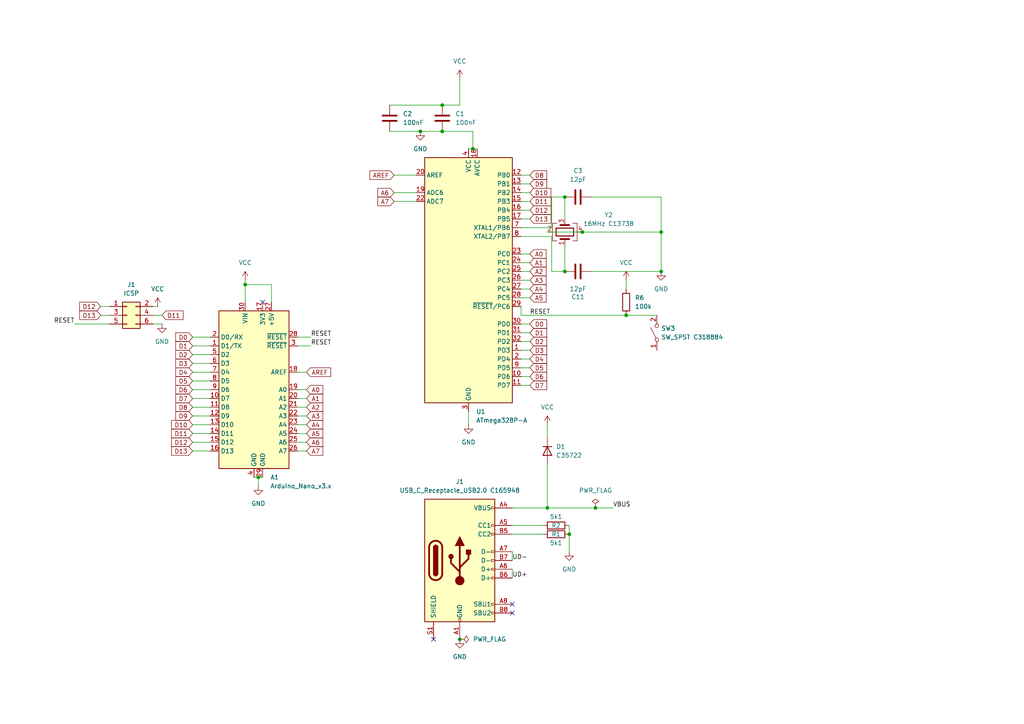
<source format=kicad_sch>
(kicad_sch (version 20231120) (generator "eeschema") (generator_version "8.0")
  (paper "A4")
  (lib_symbols
    (symbol "Connector:USB_C_Receptacle_USB2.0_16P" (pin_names (offset 1.016))
      (property "Reference" "J" (at 0 22.225 0))
      (property "Value" "USB_C_Receptacle_USB2.0_16P" (at 0 19.685 0))
      (symbol "USB_C_Receptacle_USB2.0_16P_0_0"
        (rectangle (start -0.254 -17.78) (end 0.254 -16.764))
        (rectangle (start 10.16 -14.986) (end 9.144 -15.494))
        (rectangle (start 10.16 -12.446) (end 9.144 -12.954))
        (rectangle (start 10.16 -4.826) (end 9.144 -5.334))
        (rectangle (start 10.16 -2.286) (end 9.144 -2.794))
        (rectangle (start 10.16 0.254) (end 9.144 -0.254))
        (rectangle (start 10.16 2.794) (end 9.144 2.286))
        (rectangle (start 10.16 7.874) (end 9.144 7.366))
        (rectangle (start 10.16 10.414) (end 9.144 9.906))
        (rectangle (start 10.16 15.494) (end 9.144 14.986))
      )
      (symbol "USB_C_Receptacle_USB2.0_16P_0_1"
        (rectangle (start -10.16 17.78) (end 10.16 -17.78) (stroke (width 0.254)) (fill (type background)))
        (arc (start -8.89 -3.81) (mid -6.985 -5.7067) (end -5.08 -3.81) (stroke (width 0.508)))
        (arc (start -7.62 -3.81) (mid -6.985 -4.4423) (end -6.35 -3.81) (stroke (width 0.254)))
        (arc (start -7.62 -3.81) (mid -6.985 -4.4423) (end -6.35 -3.81) (stroke (width 0.254)) (fill (type outline)))
        (rectangle (start -7.62 -3.81) (end -6.35 3.81) (stroke (width 0.254)) (fill (type outline)))
        (arc (start -6.35 3.81) (mid -6.985 4.4423) (end -7.62 3.81) (stroke (width 0.254)))
        (arc (start -6.35 3.81) (mid -6.985 4.4423) (end -7.62 3.81) (stroke (width 0.254)) (fill (type outline)))
        (arc (start -5.08 3.81) (mid -6.985 5.7067) (end -8.89 3.81) (stroke (width 0.508)))
        (circle (center -2.54 1.143) (radius 0.635) (stroke (width 0.254)) (fill (type outline)))
        (circle (center 0 -5.842) (radius 1.27) (fill (type outline)))
        (polyline (pts (xy -8.89 -3.81) (xy -8.89 3.81)) (stroke (width 0.508)))
        (polyline (pts (xy -5.08 3.81) (xy -5.08 -3.81)) (stroke (width 0.508)))
        (polyline (pts (xy 0 -5.842) (xy 0 4.318)) (stroke (width 0.508)))
        (polyline (pts (xy 0 -3.302) (xy -2.54 -0.762) (xy -2.54 0.508)) (stroke (width 0.508)))
        (polyline (pts (xy 0 -2.032) (xy 2.54 0.508) (xy 2.54 1.778)) (stroke (width 0.508)))
        (polyline (pts (xy -1.27 4.318) (xy 0 6.858) (xy 1.27 4.318) (xy -1.27 4.318)) (stroke (width 0.254)) (fill (type outline)))
        (rectangle (start 1.905 1.778) (end 3.175 3.048) (stroke (width 0.254)) (fill (type outline)))
      )
      (symbol "USB_C_Receptacle_USB2.0_16P_1_1"
        (pin passive line (at 0 -22.86 90) (length 5.08) (name "GND") (number "A1"))
        (pin passive line (at 0 -22.86 90) (length 5.08) hide (name "GND") (number "A12"))
        (pin passive line (at 15.24 15.24 180) (length 5.08) (name "VBUS") (number "A4"))
        (pin bidirectional line (at 15.24 10.16 180) (length 5.08) (name "CC1") (number "A5"))
        (pin bidirectional line (at 15.24 -2.54 180) (length 5.08) (name "D+") (number "A6"))
        (pin bidirectional line (at 15.24 2.54 180) (length 5.08) (name "D-") (number "A7"))
        (pin bidirectional line (at 15.24 -12.7 180) (length 5.08) (name "SBU1") (number "A8"))
        (pin passive line (at 15.24 15.24 180) (length 5.08) hide (name "VBUS") (number "A9"))
        (pin passive line (at 0 -22.86 90) (length 5.08) hide (name "GND") (number "B1"))
        (pin passive line (at 0 -22.86 90) (length 5.08) hide (name "GND") (number "B12"))
        (pin passive line (at 15.24 15.24 180) (length 5.08) hide (name "VBUS") (number "B4"))
        (pin bidirectional line (at 15.24 7.62 180) (length 5.08) (name "CC2") (number "B5"))
        (pin bidirectional line (at 15.24 -5.08 180) (length 5.08) (name "D+") (number "B6"))
        (pin bidirectional line (at 15.24 0 180) (length 5.08) (name "D-") (number "B7"))
        (pin bidirectional line (at 15.24 -15.24 180) (length 5.08) (name "SBU2") (number "B8"))
        (pin passive line (at 15.24 15.24 180) (length 5.08) hide (name "VBUS") (number "B9"))
        (pin passive line (at -7.62 -22.86 90) (length 5.08) (name "SHIELD") (number "S1"))
      )
    )
    (symbol "Connector_Generic:Conn_02x03_Odd_Even" (pin_names (offset 1.016) hide)
      (property "Reference" "J" (at 1.27 5.08 0))
      (property "Value" "Conn_02x03_Odd_Even" (at 1.27 -5.08 0))
      (symbol "Conn_02x03_Odd_Even_1_1"
        (rectangle (start -1.27 -2.413) (end 0 -2.667) (stroke (width 0.1524)))
        (rectangle (start -1.27 0.127) (end 0 -0.127) (stroke (width 0.1524)))
        (rectangle (start -1.27 2.667) (end 0 2.413) (stroke (width 0.1524)))
        (rectangle (start -1.27 3.81) (end 3.81 -3.81) (stroke (width 0.254)) (fill (type background)))
        (rectangle (start 3.81 -2.413) (end 2.54 -2.667) (stroke (width 0.1524)))
        (rectangle (start 3.81 0.127) (end 2.54 -0.127) (stroke (width 0.1524)))
        (rectangle (start 3.81 2.667) (end 2.54 2.413) (stroke (width 0.1524)))
        (pin passive line (at -5.08 2.54 0) (length 3.81) (name "Pin_1") (number "1"))
        (pin passive line (at 7.62 2.54 180) (length 3.81) (name "Pin_2") (number "2"))
        (pin passive line (at -5.08 0 0) (length 3.81) (name "Pin_3") (number "3"))
        (pin passive line (at 7.62 0 180) (length 3.81) (name "Pin_4") (number "4"))
        (pin passive line (at -5.08 -2.54 0) (length 3.81) (name "Pin_5") (number "5"))
        (pin passive line (at 7.62 -2.54 180) (length 3.81) (name "Pin_6") (number "6"))
      )
    )
    (symbol "Device:C" (pin_numbers hide) (pin_names (offset 0.254))
      (property "Reference" "C" (at 0.635 2.54 0))
      (property "Value" "C" (at 0.635 -2.54 0))
      (symbol "C_0_1"
        (polyline (pts (xy -2.032 -0.762) (xy 2.032 -0.762)) (stroke (width 0.508)))
        (polyline (pts (xy -2.032 0.762) (xy 2.032 0.762)) (stroke (width 0.508)))
      )
      (symbol "C_1_1"
        (pin passive line (at 0 3.81 270) (length 2.794) (name "~") (number "1"))
        (pin passive line (at 0 -3.81 90) (length 2.794) (name "~") (number "2"))
      )
    )
    (symbol "Device:Crystal_GND24" (pin_names (offset 1.016) hide)
      (property "Reference" "Y" (at 3.175 5.08 0))
      (property "Value" "Crystal_GND24" (at 3.175 3.175 0))
      (symbol "Crystal_GND24_0_1"
        (rectangle (start -1.143 2.54) (end 1.143 -2.54) (stroke (width 0.3048)))
        (polyline (pts (xy -2.54 0) (xy -2.032 0)))
        (polyline (pts (xy -2.032 -1.27) (xy -2.032 1.27)) (stroke (width 0.508)))
        (polyline (pts (xy 0 -3.81) (xy 0 -3.556)))
        (polyline (pts (xy 0 3.556) (xy 0 3.81)))
        (polyline (pts (xy 2.032 -1.27) (xy 2.032 1.27)) (stroke (width 0.508)))
        (polyline (pts (xy 2.032 0) (xy 2.54 0)))
        (polyline (pts (xy -2.54 -2.286) (xy -2.54 -3.556) (xy 2.54 -3.556) (xy 2.54 -2.286)))
        (polyline (pts (xy -2.54 2.286) (xy -2.54 3.556) (xy 2.54 3.556) (xy 2.54 2.286)))
      )
      (symbol "Crystal_GND24_1_1"
        (pin passive line (at -3.81 0 0) (length 1.27) (name "1") (number "1"))
        (pin passive line (at 0 5.08 270) (length 1.27) (name "2") (number "2"))
        (pin passive line (at 3.81 0 180) (length 1.27) (name "3") (number "3"))
        (pin passive line (at 0 -5.08 90) (length 1.27) (name "4") (number "4"))
      )
    )
    (symbol "Device:D" (pin_numbers hide) (pin_names (offset 1.016) hide)
      (property "Reference" "D" (at 0 2.54 0))
      (property "Value" "D" (at 0 -2.54 0))
      (symbol "D_0_1"
        (polyline (pts (xy -1.27 1.27) (xy -1.27 -1.27)) (stroke (width 0.254)))
        (polyline (pts (xy 1.27 0) (xy -1.27 0)))
        (polyline (pts (xy 1.27 1.27) (xy 1.27 -1.27) (xy -1.27 0) (xy 1.27 1.27)) (stroke (width 0.254)))
      )
      (symbol "D_1_1"
        (pin passive line (at -3.81 0 0) (length 2.54) (name "K") (number "1"))
        (pin passive line (at 3.81 0 180) (length 2.54) (name "A") (number "2"))
      )
    )
    (symbol "Device:R" (pin_numbers hide) (pin_names (offset 0))
      (property "Reference" "R" (at 2.032 0 90))
      (property "Value" "R" (at 0 0 90))
      (symbol "R_0_1"
        (rectangle (start -1.016 -2.54) (end 1.016 2.54) (stroke (width 0.254)))
      )
      (symbol "R_1_1"
        (pin passive line (at 0 3.81 270) (length 1.27) (name "~") (number "1"))
        (pin passive line (at 0 -3.81 90) (length 1.27) (name "~") (number "2"))
      )
    )
    (symbol "MCU_Microchip_ATmega:ATmega328P-A"
      (property "Reference" "U" (at -12.7 36.83 0))
      (property "Value" "ATmega328P-A" (at 2.54 -36.83 0))
      (symbol "ATmega328P-A_0_1"
        (rectangle (start -12.7 -35.56) (end 12.7 35.56) (stroke (width 0.254)) (fill (type background)))
      )
      (symbol "ATmega328P-A_1_1"
        (pin bidirectional line (at 15.24 -20.32 180) (length 2.54) (name "PD3") (number "1"))
        (pin bidirectional line (at 15.24 -27.94 180) (length 2.54) (name "PD6") (number "10"))
        (pin bidirectional line (at 15.24 -30.48 180) (length 2.54) (name "PD7") (number "11"))
        (pin bidirectional line (at 15.24 30.48 180) (length 2.54) (name "PB0") (number "12"))
        (pin bidirectional line (at 15.24 27.94 180) (length 2.54) (name "PB1") (number "13"))
        (pin bidirectional line (at 15.24 25.4 180) (length 2.54) (name "PB2") (number "14"))
        (pin bidirectional line (at 15.24 22.86 180) (length 2.54) (name "PB3") (number "15"))
        (pin bidirectional line (at 15.24 20.32 180) (length 2.54) (name "PB4") (number "16"))
        (pin bidirectional line (at 15.24 17.78 180) (length 2.54) (name "PB5") (number "17"))
        (pin power_in line (at 2.54 38.1 270) (length 2.54) (name "AVCC") (number "18"))
        (pin input line (at -15.24 25.4 0) (length 2.54) (name "ADC6") (number "19"))
        (pin bidirectional line (at 15.24 -22.86 180) (length 2.54) (name "PD4") (number "2"))
        (pin passive line (at -15.24 30.48 0) (length 2.54) (name "AREF") (number "20"))
        (pin passive line (at 0 -38.1 90) (length 2.54) hide (name "GND") (number "21"))
        (pin input line (at -15.24 22.86 0) (length 2.54) (name "ADC7") (number "22"))
        (pin bidirectional line (at 15.24 7.62 180) (length 2.54) (name "PC0") (number "23"))
        (pin bidirectional line (at 15.24 5.08 180) (length 2.54) (name "PC1") (number "24"))
        (pin bidirectional line (at 15.24 2.54 180) (length 2.54) (name "PC2") (number "25"))
        (pin bidirectional line (at 15.24 0 180) (length 2.54) (name "PC3") (number "26"))
        (pin bidirectional line (at 15.24 -2.54 180) (length 2.54) (name "PC4") (number "27"))
        (pin bidirectional line (at 15.24 -5.08 180) (length 2.54) (name "PC5") (number "28"))
        (pin bidirectional line (at 15.24 -7.62 180) (length 2.54) (name "~{RESET}/PC6") (number "29"))
        (pin power_in line (at 0 -38.1 90) (length 2.54) (name "GND") (number "3"))
        (pin bidirectional line (at 15.24 -12.7 180) (length 2.54) (name "PD0") (number "30"))
        (pin bidirectional line (at 15.24 -15.24 180) (length 2.54) (name "PD1") (number "31"))
        (pin bidirectional line (at 15.24 -17.78 180) (length 2.54) (name "PD2") (number "32"))
        (pin power_in line (at 0 38.1 270) (length 2.54) (name "VCC") (number "4"))
        (pin passive line (at 0 -38.1 90) (length 2.54) hide (name "GND") (number "5"))
        (pin passive line (at 0 38.1 270) (length 2.54) hide (name "VCC") (number "6"))
        (pin bidirectional line (at 15.24 15.24 180) (length 2.54) (name "XTAL1/PB6") (number "7"))
        (pin bidirectional line (at 15.24 12.7 180) (length 2.54) (name "XTAL2/PB7") (number "8"))
        (pin bidirectional line (at 15.24 -25.4 180) (length 2.54) (name "PD5") (number "9"))
      )
    )
    (symbol "MCU_Module:Arduino_Nano_v3.x"
      (property "Reference" "A" (at -10.16 23.495 0))
      (property "Value" "Arduino_Nano_v3.x" (at 5.08 -24.13 0))
      (symbol "Arduino_Nano_v3.x_0_1"
        (rectangle (start -10.16 22.86) (end 10.16 -22.86) (stroke (width 0.254)) (fill (type background)))
      )
      (symbol "Arduino_Nano_v3.x_1_1"
        (pin bidirectional line (at -12.7 12.7 0) (length 2.54) (name "D1/TX") (number "1"))
        (pin bidirectional line (at -12.7 -2.54 0) (length 2.54) (name "D7") (number "10"))
        (pin bidirectional line (at -12.7 -5.08 0) (length 2.54) (name "D8") (number "11"))
        (pin bidirectional line (at -12.7 -7.62 0) (length 2.54) (name "D9") (number "12"))
        (pin bidirectional line (at -12.7 -10.16 0) (length 2.54) (name "D10") (number "13"))
        (pin bidirectional line (at -12.7 -12.7 0) (length 2.54) (name "D11") (number "14"))
        (pin bidirectional line (at -12.7 -15.24 0) (length 2.54) (name "D12") (number "15"))
        (pin bidirectional line (at -12.7 -17.78 0) (length 2.54) (name "D13") (number "16"))
        (pin power_out line (at 2.54 25.4 270) (length 2.54) (name "3V3") (number "17"))
        (pin input line (at 12.7 5.08 180) (length 2.54) (name "AREF") (number "18"))
        (pin bidirectional line (at 12.7 0 180) (length 2.54) (name "A0") (number "19"))
        (pin bidirectional line (at -12.7 15.24 0) (length 2.54) (name "D0/RX") (number "2"))
        (pin bidirectional line (at 12.7 -2.54 180) (length 2.54) (name "A1") (number "20"))
        (pin bidirectional line (at 12.7 -5.08 180) (length 2.54) (name "A2") (number "21"))
        (pin bidirectional line (at 12.7 -7.62 180) (length 2.54) (name "A3") (number "22"))
        (pin bidirectional line (at 12.7 -10.16 180) (length 2.54) (name "A4") (number "23"))
        (pin bidirectional line (at 12.7 -12.7 180) (length 2.54) (name "A5") (number "24"))
        (pin bidirectional line (at 12.7 -15.24 180) (length 2.54) (name "A6") (number "25"))
        (pin bidirectional line (at 12.7 -17.78 180) (length 2.54) (name "A7") (number "26"))
        (pin power_out line (at 5.08 25.4 270) (length 2.54) (name "+5V") (number "27"))
        (pin input line (at 12.7 15.24 180) (length 2.54) (name "~{RESET}") (number "28"))
        (pin power_in line (at 2.54 -25.4 90) (length 2.54) (name "GND") (number "29"))
        (pin input line (at 12.7 12.7 180) (length 2.54) (name "~{RESET}") (number "3"))
        (pin power_in line (at -2.54 25.4 270) (length 2.54) (name "VIN") (number "30"))
        (pin power_in line (at 0 -25.4 90) (length 2.54) (name "GND") (number "4"))
        (pin bidirectional line (at -12.7 10.16 0) (length 2.54) (name "D2") (number "5"))
        (pin bidirectional line (at -12.7 7.62 0) (length 2.54) (name "D3") (number "6"))
        (pin bidirectional line (at -12.7 5.08 0) (length 2.54) (name "D4") (number "7"))
        (pin bidirectional line (at -12.7 2.54 0) (length 2.54) (name "D5") (number "8"))
        (pin bidirectional line (at -12.7 0 0) (length 2.54) (name "D6") (number "9"))
      )
    )
    (symbol "Switch:SW_SPST" (pin_names (offset 0) hide)
      (property "Reference" "SW" (at 0 3.175 0))
      (property "Value" "SW_SPST" (at 0 -2.54 0))
      (symbol "SW_SPST_0_0"
        (circle (center -2.032 0) (radius 0.508))
        (polyline (pts (xy -1.524 0.254) (xy 1.524 1.778)))
        (circle (center 2.032 0) (radius 0.508))
      )
      (symbol "SW_SPST_1_1"
        (pin passive line (at -5.08 0 0) (length 2.54) (name "A") (number "1"))
        (pin passive line (at 5.08 0 180) (length 2.54) (name "B") (number "2"))
      )
    )
    (symbol "power:GND" (power) (pin_numbers hide) (pin_names (offset 0) hide)
      (property "Value" "GND" (at 0 -3.81 0))
      (symbol "GND_0_1"
        (polyline (pts (xy 0 0) (xy 0 -1.27) (xy 1.27 -1.27) (xy 0 -2.54) (xy -1.27 -1.27) (xy 0 -1.27)))
      )
      (symbol "GND_1_1"
        (pin power_in line (at 0 0 270) (length 0) (name "~") (number "1"))
      )
    )
    (symbol "power:PWR_FLAG" (power) (pin_numbers hide) (pin_names (offset 0) hide)
      (property "Value" "PWR_FLAG" (at 0 3.81 0))
      (symbol "PWR_FLAG_0_0"
        (pin power_out line (at 0 0 90) (length 0) (name "~") (number "1"))
      )
      (symbol "PWR_FLAG_0_1"
        (polyline (pts (xy 0 0) (xy 0 1.27) (xy -1.016 1.905) (xy 0 2.54) (xy 1.016 1.905) (xy 0 1.27)))
      )
    )
    (symbol "power:VCC" (power) (pin_numbers hide) (pin_names (offset 0) hide)
      (property "Value" "VCC" (at 0 3.556 0))
      (symbol "VCC_0_1"
        (polyline (pts (xy -0.762 1.27) (xy 0 2.54)))
        (polyline (pts (xy 0 0) (xy 0 2.54)))
        (polyline (pts (xy 0 2.54) (xy 0.762 1.27)))
      )
      (symbol "VCC_1_1"
        (pin power_in line (at 0 0 90) (length 0) (name "~") (number "1"))
      )
    )
  )
  (junction (at 191.77 67.31))
  (junction (at 128.27 38.1))
  (junction (at 168.91 67.31))
  (junction (at 163.83 78.74))
  (junction (at 128.27 30.48))
  (junction (at 158.75 147.32))
  (junction (at 181.61 91.44))
  (junction (at 165.1 154.94))
  (junction (at 163.83 57.15))
  (junction (at 71.12 82.55))
  (junction (at 133.35 185.42))
  (junction (at 137.16 43.18))
  (junction (at 172.72 147.32))
  (junction (at 74.93 138.43))
  (junction (at 121.92 38.1))
  (junction (at 191.77 78.74))
  (no_connect (at 76.2 87.63))
  (no_connect (at 148.59 177.8))
  (no_connect (at 148.59 175.26))
  (no_connect (at 125.73 185.42))
  (wire (pts (xy 86.36 107.95) (xy 88.9 107.95)))
  (wire (pts (xy 55.88 97.79) (xy 60.96 97.79)))
  (wire (pts (xy 78.74 82.55) (xy 71.12 82.55)))
  (wire (pts (xy 191.77 67.31) (xy 191.77 78.74)))
  (wire (pts (xy 160.02 68.58) (xy 160.02 78.74)))
  (wire (pts (xy 151.13 83.82) (xy 153.67 83.82)))
  (wire (pts (xy 151.13 96.52) (xy 153.67 96.52)))
  (wire (pts (xy 114.3 50.8) (xy 120.65 50.8)))
  (wire (pts (xy 151.13 55.88) (xy 153.67 55.88)))
  (wire (pts (xy 172.72 147.32) (xy 177.8 147.32)))
  (wire (pts (xy 148.59 160.02) (xy 148.59 162.56)))
  (wire (pts (xy 190.5 91.44) (xy 181.61 91.44)))
  (wire (pts (xy 44.45 88.9) (xy 45.72 88.9)))
  (wire (pts (xy 55.88 100.33) (xy 60.96 100.33)))
  (wire (pts (xy 128.27 30.48) (xy 133.35 30.48)))
  (wire (pts (xy 151.13 60.96) (xy 153.67 60.96)))
  (wire (pts (xy 191.77 57.15) (xy 191.77 67.31)))
  (wire (pts (xy 151.13 63.5) (xy 153.67 63.5)))
  (wire (pts (xy 151.13 99.06) (xy 153.67 99.06)))
  (wire (pts (xy 151.13 106.68) (xy 153.67 106.68)))
  (wire (pts (xy 148.59 165.1) (xy 148.59 167.64)))
  (wire (pts (xy 86.36 115.57) (xy 88.9 115.57)))
  (wire (pts (xy 151.13 68.58) (xy 160.02 68.58)))
  (wire (pts (xy 181.61 81.28) (xy 181.61 83.82)))
  (wire (pts (xy 158.75 123.19) (xy 158.75 127)))
  (wire (pts (xy 55.88 123.19) (xy 60.96 123.19)))
  (wire (pts (xy 168.91 67.31) (xy 191.77 67.31)))
  (wire (pts (xy 113.03 30.48) (xy 128.27 30.48)))
  (wire (pts (xy 171.45 57.15) (xy 191.77 57.15)))
  (wire (pts (xy 158.75 67.31) (xy 168.91 67.31)))
  (wire (pts (xy 86.36 97.79) (xy 90.17 97.79)))
  (wire (pts (xy 78.74 87.63) (xy 78.74 82.55)))
  (wire (pts (xy 135.89 119.38) (xy 135.89 123.19)))
  (wire (pts (xy 55.88 130.81) (xy 60.96 130.81)))
  (wire (pts (xy 165.1 154.94) (xy 165.1 160.02)))
  (wire (pts (xy 71.12 81.28) (xy 71.12 82.55)))
  (wire (pts (xy 29.21 91.44) (xy 31.75 91.44)))
  (wire (pts (xy 151.13 53.34) (xy 153.67 53.34)))
  (wire (pts (xy 151.13 58.42) (xy 153.67 58.42)))
  (wire (pts (xy 151.13 111.76) (xy 153.67 111.76)))
  (wire (pts (xy 163.83 57.15) (xy 163.83 63.5)))
  (wire (pts (xy 160.02 78.74) (xy 163.83 78.74)))
  (wire (pts (xy 55.88 128.27) (xy 60.96 128.27)))
  (wire (pts (xy 114.3 55.88) (xy 120.65 55.88)))
  (wire (pts (xy 44.45 91.44) (xy 46.99 91.44)))
  (wire (pts (xy 86.36 113.03) (xy 88.9 113.03)))
  (wire (pts (xy 55.88 115.57) (xy 60.96 115.57)))
  (wire (pts (xy 181.61 91.44) (xy 151.13 91.44)))
  (wire (pts (xy 148.59 154.94) (xy 157.48 154.94)))
  (wire (pts (xy 171.45 78.74) (xy 191.77 78.74)))
  (wire (pts (xy 44.45 93.98) (xy 46.99 93.98)))
  (wire (pts (xy 165.1 152.4) (xy 165.1 154.94)))
  (wire (pts (xy 137.16 38.1) (xy 137.16 43.18)))
  (wire (pts (xy 137.16 43.18) (xy 138.43 43.18)))
  (wire (pts (xy 151.13 104.14) (xy 153.67 104.14)))
  (wire (pts (xy 151.13 50.8) (xy 153.67 50.8)))
  (wire (pts (xy 151.13 91.44) (xy 151.13 88.9)))
  (wire (pts (xy 55.88 113.03) (xy 60.96 113.03)))
  (wire (pts (xy 158.75 147.32) (xy 172.72 147.32)))
  (wire (pts (xy 151.13 93.98) (xy 153.67 93.98)))
  (wire (pts (xy 163.83 71.12) (xy 163.83 78.74)))
  (wire (pts (xy 151.13 86.36) (xy 153.67 86.36)))
  (wire (pts (xy 71.12 82.55) (xy 71.12 87.63)))
  (wire (pts (xy 151.13 76.2) (xy 153.67 76.2)))
  (wire (pts (xy 86.36 120.65) (xy 88.9 120.65)))
  (wire (pts (xy 55.88 107.95) (xy 60.96 107.95)))
  (wire (pts (xy 128.27 38.1) (xy 137.16 38.1)))
  (wire (pts (xy 74.93 138.43) (xy 74.93 140.97)))
  (wire (pts (xy 114.3 58.42) (xy 120.65 58.42)))
  (wire (pts (xy 148.59 147.32) (xy 158.75 147.32)))
  (wire (pts (xy 73.66 138.43) (xy 74.93 138.43)))
  (wire (pts (xy 55.88 110.49) (xy 60.96 110.49)))
  (wire (pts (xy 151.13 101.6) (xy 153.67 101.6)))
  (wire (pts (xy 86.36 128.27) (xy 88.9 128.27)))
  (wire (pts (xy 86.36 118.11) (xy 88.9 118.11)))
  (wire (pts (xy 113.03 38.1) (xy 121.92 38.1)))
  (wire (pts (xy 55.88 105.41) (xy 60.96 105.41)))
  (wire (pts (xy 121.92 38.1) (xy 128.27 38.1)))
  (wire (pts (xy 151.13 109.22) (xy 153.67 109.22)))
  (wire (pts (xy 151.13 81.28) (xy 153.67 81.28)))
  (wire (pts (xy 151.13 78.74) (xy 153.67 78.74)))
  (wire (pts (xy 55.88 120.65) (xy 60.96 120.65)))
  (wire (pts (xy 55.88 125.73) (xy 60.96 125.73)))
  (wire (pts (xy 160.02 57.15) (xy 163.83 57.15)))
  (wire (pts (xy 151.13 73.66) (xy 153.67 73.66)))
  (wire (pts (xy 86.36 100.33) (xy 90.17 100.33)))
  (wire (pts (xy 158.75 134.62) (xy 158.75 147.32)))
  (wire (pts (xy 148.59 152.4) (xy 157.48 152.4)))
  (wire (pts (xy 55.88 102.87) (xy 60.96 102.87)))
  (wire (pts (xy 29.21 88.9) (xy 31.75 88.9)))
  (wire (pts (xy 74.93 138.43) (xy 76.2 138.43)))
  (wire (pts (xy 160.02 66.04) (xy 160.02 57.15)))
  (wire (pts (xy 86.36 123.19) (xy 88.9 123.19)))
  (wire (pts (xy 151.13 66.04) (xy 160.02 66.04)))
  (wire (pts (xy 21.59 93.98) (xy 31.75 93.98)))
  (wire (pts (xy 135.89 43.18) (xy 137.16 43.18)))
  (wire (pts (xy 55.88 118.11) (xy 60.96 118.11)))
  (wire (pts (xy 86.36 130.81) (xy 88.9 130.81)))
  (wire (pts (xy 86.36 125.73) (xy 88.9 125.73)))
  (wire (pts (xy 133.35 30.48) (xy 133.35 22.86)))
  (label "UD-" (at 148.59 162.56 0))
  (label "RESET" (at 90.17 97.79 0))
  (label "RESET" (at 21.59 93.98 180))
  (label "RESET" (at 90.17 100.33 0))
  (label "UD+" (at 148.59 167.64 0))
  (label "VBUS" (at 177.8 147.32 0))
  (label "RESET" (at 153.67 91.44 0))
  (global_label "D0" (shape input) (at 153.67 93.98 0) (property "Intersheetrefs" "${INTERSHEET_REFS}" (effects (hide yes))))
  (global_label "D13" (shape input) (at 55.88 130.81 180) (property "Intersheetrefs" "${INTERSHEET_REFS}" (effects (hide yes))))
  (global_label "A6" (shape input) (at 114.3 55.88 180) (property "Intersheetrefs" "${INTERSHEET_REFS}" (effects (hide yes))))
  (global_label "D12" (shape input) (at 29.21 88.9 180) (property "Intersheetrefs" "${INTERSHEET_REFS}" (effects (hide yes))))
  (global_label "D7" (shape input) (at 153.67 111.76 0) (property "Intersheetrefs" "${INTERSHEET_REFS}" (effects (hide yes))))
  (global_label "D4" (shape input) (at 55.88 107.95 180) (property "Intersheetrefs" "${INTERSHEET_REFS}" (effects (hide yes))))
  (global_label "D2" (shape input) (at 153.67 99.06 0) (property "Intersheetrefs" "${INTERSHEET_REFS}" (effects (hide yes))))
  (global_label "D13" (shape input) (at 153.67 63.5 0) (property "Intersheetrefs" "${INTERSHEET_REFS}" (effects (hide yes))))
  (global_label "D10" (shape input) (at 55.88 123.19 180) (property "Intersheetrefs" "${INTERSHEET_REFS}" (effects (hide yes))))
  (global_label "D0" (shape input) (at 55.88 97.79 180) (property "Intersheetrefs" "${INTERSHEET_REFS}" (effects (hide yes))))
  (global_label "D2" (shape input) (at 55.88 102.87 180) (property "Intersheetrefs" "${INTERSHEET_REFS}" (effects (hide yes))))
  (global_label "A6" (shape input) (at 88.9 128.27 0) (property "Intersheetrefs" "${INTERSHEET_REFS}" (effects (hide yes))))
  (global_label "A1" (shape input) (at 88.9 115.57 0) (property "Intersheetrefs" "${INTERSHEET_REFS}" (effects (hide yes))))
  (global_label "AREF" (shape input) (at 114.3 50.8 180) (property "Intersheetrefs" "${INTERSHEET_REFS}" (effects (hide yes))))
  (global_label "A2" (shape input) (at 88.9 118.11 0) (property "Intersheetrefs" "${INTERSHEET_REFS}" (effects (hide yes))))
  (global_label "A5" (shape input) (at 88.9 125.73 0) (property "Intersheetrefs" "${INTERSHEET_REFS}" (effects (hide yes))))
  (global_label "A7" (shape input) (at 88.9 130.81 0) (property "Intersheetrefs" "${INTERSHEET_REFS}" (effects (hide yes))))
  (global_label "D7" (shape input) (at 55.88 115.57 180) (property "Intersheetrefs" "${INTERSHEET_REFS}" (effects (hide yes))))
  (global_label "D4" (shape input) (at 153.67 104.14 0) (property "Intersheetrefs" "${INTERSHEET_REFS}" (effects (hide yes))))
  (global_label "D8" (shape input) (at 153.67 50.8 0) (property "Intersheetrefs" "${INTERSHEET_REFS}" (effects (hide yes))))
  (global_label "A3" (shape input) (at 153.67 81.28 0) (property "Intersheetrefs" "${INTERSHEET_REFS}" (effects (hide yes))))
  (global_label "D6" (shape input) (at 153.67 109.22 0) (property "Intersheetrefs" "${INTERSHEET_REFS}" (effects (hide yes))))
  (global_label "D12" (shape input) (at 153.67 60.96 0) (property "Intersheetrefs" "${INTERSHEET_REFS}" (effects (hide yes))))
  (global_label "D9" (shape input) (at 153.67 53.34 0) (property "Intersheetrefs" "${INTERSHEET_REFS}" (effects (hide yes))))
  (global_label "A4" (shape input) (at 153.67 83.82 0) (property "Intersheetrefs" "${INTERSHEET_REFS}" (effects (hide yes))))
  (global_label "D11" (shape input) (at 46.99 91.44 0) (property "Intersheetrefs" "${INTERSHEET_REFS}" (effects (hide yes))))
  (global_label "D9" (shape input) (at 55.88 120.65 180) (property "Intersheetrefs" "${INTERSHEET_REFS}" (effects (hide yes))))
  (global_label "D5" (shape input) (at 55.88 110.49 180) (property "Intersheetrefs" "${INTERSHEET_REFS}" (effects (hide yes))))
  (global_label "A0" (shape input) (at 88.9 113.03 0) (property "Intersheetrefs" "${INTERSHEET_REFS}" (effects (hide yes))))
  (global_label "AREF" (shape input) (at 88.9 107.95 0) (property "Intersheetrefs" "${INTERSHEET_REFS}" (effects (hide yes))))
  (global_label "D11" (shape input) (at 55.88 125.73 180) (property "Intersheetrefs" "${INTERSHEET_REFS}" (effects (hide yes))))
  (global_label "A4" (shape input) (at 88.9 123.19 0) (property "Intersheetrefs" "${INTERSHEET_REFS}" (effects (hide yes))))
  (global_label "A3" (shape input) (at 88.9 120.65 0) (property "Intersheetrefs" "${INTERSHEET_REFS}" (effects (hide yes))))
  (global_label "D3" (shape input) (at 55.88 105.41 180) (property "Intersheetrefs" "${INTERSHEET_REFS}" (effects (hide yes))))
  (global_label "D12" (shape input) (at 55.88 128.27 180) (property "Intersheetrefs" "${INTERSHEET_REFS}" (effects (hide yes))))
  (global_label "D13" (shape input) (at 29.21 91.44 180) (property "Intersheetrefs" "${INTERSHEET_REFS}" (effects (hide yes))))
  (global_label "D5" (shape input) (at 153.67 106.68 0) (property "Intersheetrefs" "${INTERSHEET_REFS}" (effects (hide yes))))
  (global_label "A2" (shape input) (at 153.67 78.74 0) (property "Intersheetrefs" "${INTERSHEET_REFS}" (effects (hide yes))))
  (global_label "A7" (shape input) (at 114.3 58.42 180) (property "Intersheetrefs" "${INTERSHEET_REFS}" (effects (hide yes))))
  (global_label "D11" (shape input) (at 153.67 58.42 0) (property "Intersheetrefs" "${INTERSHEET_REFS}" (effects (hide yes))))
  (global_label "A1" (shape input) (at 153.67 76.2 0) (property "Intersheetrefs" "${INTERSHEET_REFS}" (effects (hide yes))))
  (global_label "D10" (shape input) (at 153.67 55.88 0) (property "Intersheetrefs" "${INTERSHEET_REFS}" (effects (hide yes))))
  (global_label "D1" (shape input) (at 153.67 96.52 0) (property "Intersheetrefs" "${INTERSHEET_REFS}" (effects (hide yes))))
  (global_label "D3" (shape input) (at 153.67 101.6 0) (property "Intersheetrefs" "${INTERSHEET_REFS}" (effects (hide yes))))
  (global_label "D1" (shape input) (at 55.88 100.33 180) (property "Intersheetrefs" "${INTERSHEET_REFS}" (effects (hide yes))))
  (global_label "A0" (shape input) (at 153.67 73.66 0) (property "Intersheetrefs" "${INTERSHEET_REFS}" (effects (hide yes))))
  (global_label "A5" (shape input) (at 153.67 86.36 0) (property "Intersheetrefs" "${INTERSHEET_REFS}" (effects (hide yes))))
  (global_label "D8" (shape input) (at 55.88 118.11 180) (property "Intersheetrefs" "${INTERSHEET_REFS}" (effects (hide yes))))
  (global_label "D6" (shape input) (at 55.88 113.03 180) (property "Intersheetrefs" "${INTERSHEET_REFS}" (effects (hide yes))))
  (symbol (lib_id "power:PWR_FLAG") (at 172.72 147.32 0) (unit 1)
    (property "Reference" "#FLG02" (effects (hide yes)))
    (property "Value" "PWR_FLAG" (at 172.72 142.24 0))
    (property "Description" "Special symbol for telling ERC where power comes from" (effects (hide yes)))
  )
  (symbol (lib_id "power:VCC") (at 133.35 22.86 0) (unit 1)
    (property "Reference" "#PWR03" (effects (hide yes)))
    (property "Value" "VCC" (at 133.35 17.78 0))
    (property "Description" "Power symbol creates a global label with name \"VCC\"" (effects (hide yes)))
  )
  (symbol (lib_id "MCU_Microchip_ATmega:ATmega328P-A") (at 135.89 81.28 0) (unit 1)
    (property "Reference" "U1" (at 138.0841 119.38 0) (effects (justify left)))
    (property "Value" "ATmega328P-A" (at 138.0841 121.92 0) (effects (justify left)))
    (property "Footprint" "Package_QFP:TQFP-32_7x7mm_P0.8mm" (effects (hide yes)))
    (property "Datasheet" "http://ww1.microchip.com/downloads/en/DeviceDoc/ATmega328_P%20AVR%20MCU%20with%20picoPower%20Technology%20Data%20Sheet%2040001984A.pdf" (effects (hide yes)))
    (property "Description" "20MHz, 32kB Flash, 2kB SRAM, 1kB EEPROM, TQFP-32" (effects (hide yes)))
  )
  (symbol (lib_id "Device:R") (at 181.61 87.63 0) (unit 1)
    (property "Reference" "R6" (at 184.15 86.3599 0) (effects (justify left)))
    (property "Value" "100k" (at 184.15 88.8999 0) (effects (justify left)))
    (property "Description" "Resistor" (effects (hide yes)))
  )
  (symbol (lib_id "power:GND") (at 121.92 38.1 0) (unit 1)
    (property "Reference" "#PWR02" (effects (hide yes)))
    (property "Value" "GND" (at 121.92 43.18 0))
    (property "Description" "Power symbol creates a global label with name \"GND\" , ground" (effects (hide yes)))
  )
  (symbol (lib_id "power:VCC") (at 158.75 123.19 0) (unit 1)
    (property "Reference" "#PWR012" (effects (hide yes)))
    (property "Value" "VCC" (at 158.75 118.11 0))
    (property "Description" "Power symbol creates a global label with name \"VCC\"" (effects (hide yes)))
  )
  (symbol (lib_id "Device:D") (at 158.75 130.81 270) (unit 1)
    (property "Reference" "D1" (at 161.29 129.5399 90) (effects (justify left)))
    (property "Value" "C35722" (at 161.29 132.0799 90) (effects (justify left)))
    (property "Description" "Diode" (effects (hide yes)))
    (property "Sim.Device" "D" (effects (hide yes)))
    (property "Sim.Pins" "1=K 2=A" (effects (hide yes)))
  )
  (symbol (lib_id "power:VCC") (at 181.61 81.28 0) (unit 1)
    (property "Reference" "#PWR05" (effects (hide yes)))
    (property "Value" "VCC" (at 181.61 76.2 0))
    (property "Description" "Power symbol creates a global label with name \"VCC\"" (effects (hide yes)))
  )
  (symbol (lib_id "Device:C") (at 167.64 78.74 90) (unit 1)
    (property "Reference" "C11" (at 167.64 86.106 90))
    (property "Value" "12pF" (at 167.64 83.82 90))
    (property "Description" "Unpolarized capacitor" (effects (hide yes)))
  )
  (symbol (lib_id "Device:R") (at 161.29 154.94 90) (unit 1)
    (property "Reference" "R1" (at 161.29 154.94 90))
    (property "Value" "5k1" (at 161.29 157.48 90))
    (property "Description" "Resistor" (effects (hide yes)))
  )
  (symbol (lib_id "power:VCC") (at 45.72 88.9 0) (unit 1)
    (property "Reference" "#PWR09" (effects (hide yes)))
    (property "Value" "VCC" (at 45.72 83.82 0))
    (property "Description" "Power symbol creates a global label with name \"VCC\"" (effects (hide yes)))
  )
  (symbol (lib_id "MCU_Module:Arduino_Nano_v3.x") (at 73.66 113.03 0) (unit 1)
    (property "Reference" "A1" (at 78.3941 138.43 0) (effects (justify left)))
    (property "Value" "Arduino_Nano_v3.x" (at 78.3941 140.97 0) (effects (justify left)))
    (property "Footprint" "Module:Arduino_Nano" (effects (hide yes)))
    (property "Datasheet" "http://www.mouser.com/pdfdocs/Gravitech_Arduino_Nano3_0.pdf" (effects (hide yes)))
    (property "Description" "Arduino Nano v3.x" (effects (hide yes)))
  )
  (symbol (lib_id "power:PWR_FLAG") (at 133.35 185.42 270) (unit 1)
    (property "Reference" "#FLG01" (effects (hide yes)))
    (property "Value" "PWR_FLAG" (at 137.16 185.4199 90) (effects (justify left)))
    (property "Description" "Special symbol for telling ERC where power comes from" (effects (hide yes)))
  )
  (symbol (lib_id "Switch:SW_SPST") (at 190.5 96.52 90) (unit 1)
    (property "Reference" "SW3" (at 191.77 95.2499 90) (effects (justify right)))
    (property "Value" "SW_SPST C318884" (at 191.77 97.7899 90) (effects (justify right)))
    (property "Description" "Single Pole Single Throw (SPST) switch" (effects (hide yes)))
  )
  (symbol (lib_id "power:VCC") (at 71.12 81.28 0) (unit 1)
    (property "Reference" "#PWR06" (effects (hide yes)))
    (property "Value" "VCC" (at 71.12 76.2 0))
    (property "Description" "Power symbol creates a global label with name \"VCC\"" (effects (hide yes)))
  )
  (symbol (lib_id "Device:C") (at 167.64 57.15 90) (unit 1)
    (property "Reference" "C3" (at 167.64 49.53 90))
    (property "Value" "12pF" (at 167.64 52.07 90))
    (property "Description" "Unpolarized capacitor" (effects (hide yes)))
  )
  (symbol (lib_id "power:GND") (at 191.77 78.74 0) (unit 1)
    (property "Reference" "#PWR04" (effects (hide yes)))
    (property "Value" "GND" (at 191.77 83.82 0))
    (property "Description" "Power symbol creates a global label with name \"GND\" , ground" (effects (hide yes)))
  )
  (symbol (lib_id "power:GND") (at 135.89 123.19 0) (unit 1)
    (property "Reference" "#PWR01" (effects (hide yes)))
    (property "Value" "GND" (at 135.89 128.27 0))
    (property "Description" "Power symbol creates a global label with name \"GND\" , ground" (effects (hide yes)))
  )
  (symbol (lib_id "power:GND") (at 165.1 160.02 0) (unit 1)
    (property "Reference" "#PWR011" (effects (hide yes)))
    (property "Value" "GND" (at 165.1 165.1 0))
    (property "Description" "Power symbol creates a global label with name \"GND\" , ground" (effects (hide yes)))
  )
  (symbol (lib_id "Connector_Generic:Conn_02x03_Odd_Even") (at 36.83 91.44 0) (unit 1)
    (property "Reference" "J1" (at 38.1 82.55 0))
    (property "Value" "ICSP" (at 38.1 85.09 0))
    (property "Description" "Generic connector, double row, 02x03, odd/even pin numbering scheme (row 1 odd numbers, row 2 even numbers), script generated (kicad-library-utils/schlib/autogen/connector/)" (effects (hide yes)))
  )
  (symbol (lib_id "power:GND") (at 74.93 140.97 0) (unit 1)
    (property "Reference" "#PWR07" (effects (hide yes)))
    (property "Value" "GND" (at 74.93 146.05 0))
    (property "Description" "Power symbol creates a global label with name \"GND\" , ground" (effects (hide yes)))
  )
  (symbol (lib_id "Device:C") (at 128.27 34.29 0) (unit 1)
    (property "Reference" "C1" (at 132.08 33.0199 0) (effects (justify left)))
    (property "Value" "100nF" (at 132.08 35.5599 0) (effects (justify left)))
    (property "Description" "Unpolarized capacitor" (effects (hide yes)))
  )
  (symbol (lib_id "Device:R") (at 161.29 152.4 90) (unit 1)
    (property "Reference" "R2" (at 161.29 152.4 90))
    (property "Value" "5k1" (at 161.29 149.86 90))
    (property "Description" "Resistor" (effects (hide yes)))
  )
  (symbol (lib_id "power:GND") (at 46.99 93.98 0) (unit 1)
    (property "Reference" "#PWR08" (effects (hide yes)))
    (property "Value" "GND" (at 46.99 99.06 0))
    (property "Description" "Power symbol creates a global label with name \"GND\" , ground" (effects (hide yes)))
  )
  (symbol (lib_id "Connector:USB_C_Receptacle_USB2.0_16P") (at 133.35 162.56 0) (unit 1)
    (property "Reference" "J1" (at 133.35 139.7 0))
    (property "Value" "USB_C_Receptacle_USB2.0 C165948" (at 133.35 142.24 0))
    (property "Datasheet" "https://www.usb.org/sites/default/files/documents/usb_type-c.zip" (effects (hide yes)))
    (property "Description" "USB 2.0-only 16P Type-C Receptacle connector" (effects (hide yes)))
  )
  (symbol (lib_id "power:GND") (at 133.35 185.42 0) (unit 1)
    (property "Reference" "#PWR010" (effects (hide yes)))
    (property "Value" "GND" (at 133.35 190.5 0))
    (property "Description" "Power symbol creates a global label with name \"GND\" , ground" (effects (hide yes)))
  )
  (symbol (lib_id "Device:Crystal_GND24") (at 163.83 67.31 90) (unit 1)
    (property "Reference" "Y2" (at 176.53 62.3568 90))
    (property "Value" "16MHz C13738" (at 176.53 64.8968 90))
    (property "Description" "Four pin crystal, GND on pins 2 and 4" (effects (hide yes)))
  )
  (symbol (lib_id "Device:C") (at 113.03 34.29 0) (unit 1)
    (property "Reference" "C2" (at 116.84 33.0199 0) (effects (justify left)))
    (property "Value" "100nF" (at 116.84 35.5599 0) (effects (justify left)))
    (property "Description" "Unpolarized capacitor" (effects (hide yes)))
  )
)
</source>
